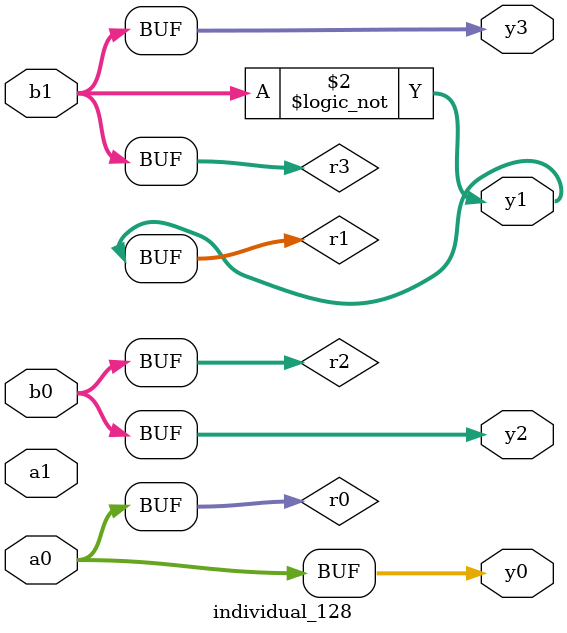
<source format=sv>
module individual_128(input logic [15:0] a1, input logic [15:0] a0, input logic [15:0] b1, input logic [15:0] b0, output logic [15:0] y3, output logic [15:0] y2, output logic [15:0] y1, output logic [15:0] y0);
logic [15:0] r0, r1, r2, r3; 
 always@(*) begin 
	 r0 = a0; r1 = a1; r2 = b0; r3 = b1; 
 	 r1 = ! r3 ;
 	 y3 = r3; y2 = r2; y1 = r1; y0 = r0; 
end
endmodule
</source>
